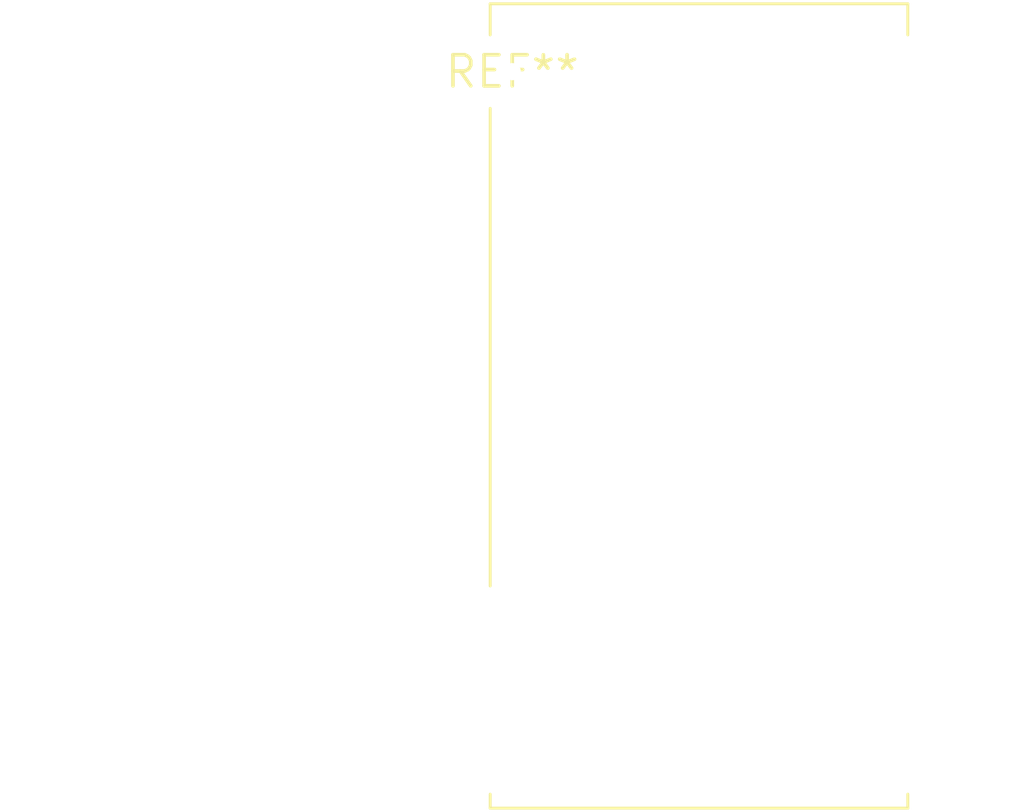
<source format=kicad_pcb>
(kicad_pcb (version 20240108) (generator pcbnew)
  (layers (0 "F.Cu" signal) (31 "B.Cu" signal) (34 "B.Paste" user) (35 "F.Paste" user) (36 "B.SilkS" user "B.Silkscreen") (37 "F.SilkS" user "F.Silkscreen") (38 "B.Mask" user) (39 "F.Mask" user) (44 "Edge.Cuts" user))
  (net 0 "")
  (footprint "Converter_DCDC_Bothhand_CFUSxxxxEH_THT" (layer "F.Cu") (at 0 0)
    (property "Reference" "REF**")
    (property "Value" "Converter_DCDC_Bothhand_CFUSxxxxEH_THT")
    (fp_line (start -0.9 -2.77) (end 16.14 -2.77) (layer "F.SilkS") (stroke (width 0.12)))
    (fp_line (start -0.9 -1.5) (end -0.9 -2.77) (layer "F.SilkS") (stroke (width 0.12)))
    (fp_line (start -0.9 1.5) (end -0.9 21) (layer "F.SilkS") (stroke (width 0.12)))
    (fp_line (start -0.9 29.5) (end -0.9 30.07) (layer "F.SilkS") (stroke (width 0.12)))
    (fp_line (start -0.9 30.07) (end 16.14 30.07) (layer "F.SilkS") (stroke (width 0.12)))
    (fp_line (start 16.14 -2.77) (end 16.14 -1.5) (layer "F.SilkS") (stroke (width 0.12)))
    (fp_line (start 16.14 30.07) (end 16.14 29.5) (layer "F.SilkS") (stroke (width 0.12)))
    (pad "1" thru_hole rect (at 0 0) (size 2.5 1.5) (drill 0.7) (layers *.Cu *.Mask) (remove_unused_layers))
    (pad "10" thru_hole oval (at 0 22.86) (size 2.5 1.5) (drill 0.7) (layers *.Cu *.Mask) (remove_unused_layers))
    (pad "11" thru_hole oval (at 0 25.4) (size 2.5 1.5) (drill 0.7) (layers *.Cu *.Mask) (remove_unused_layers))
    (pad "12" thru_hole oval (at 0 27.94) (size 2.5 1.5) (drill 0.7) (layers *.Cu *.Mask) (remove_unused_layers))
    (pad "13" thru_hole oval (at 15.24 27.94) (size 2.5 1.5) (drill 0.7) (layers *.Cu *.Mask) (remove_unused_layers))
    (pad "14" thru_hole oval (at 15.24 25.4) (size 2.5 1.5) (drill 0.7) (layers *.Cu *.Mask) (remove_unused_layers))
    (pad "15" thru_hole oval (at 15.24 22.86) (size 2.5 1.5) (drill 0.7) (layers *.Cu *.Mask) (remove_unused_layers))
    (pad "22" thru_hole oval (at 15.24 5.08) (size 2.5 1.5) (drill 0.7) (layers *.Cu *.Mask) (remove_unused_layers))
    (pad "24" thru_hole oval (at 15.24 0) (size 2.5 1.5) (drill 0.7) (layers *.Cu *.Mask) (remove_unused_layers))
  )
)
</source>
